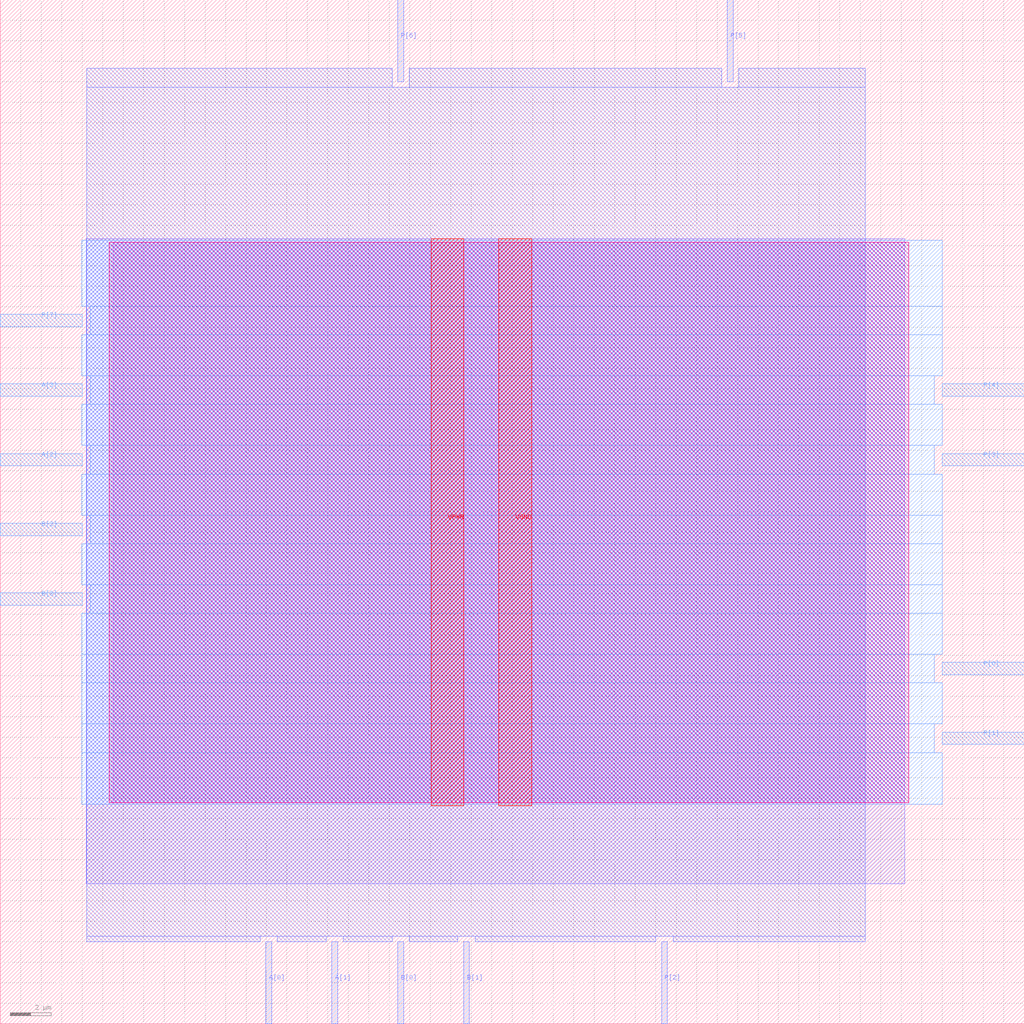
<source format=lef>
VERSION 5.7 ;
  NOWIREEXTENSIONATPIN ON ;
  DIVIDERCHAR "/" ;
  BUSBITCHARS "[]" ;
MACRO mult4_SarsaNada_e8_SARSA_RUIDO_e9_SARSA_RUIDO_e9_SARSA_RUIDO_e9
  CLASS BLOCK ;
  FOREIGN mult4_SarsaNada_e8_SARSA_RUIDO_e9_SARSA_RUIDO_e9_SARSA_RUIDO_e9 ;
  ORIGIN 0.000 0.000 ;
  SIZE 50.000 BY 50.000 ;
  PIN A[0]
    DIRECTION INPUT ;
    USE SIGNAL ;
    ANTENNAGATEAREA 0.196500 ;
    PORT
      LAYER met2 ;
        RECT 12.970 0.000 13.250 4.000 ;
    END
  END A[0]
  PIN A[1]
    DIRECTION INPUT ;
    USE SIGNAL ;
    ANTENNAGATEAREA 0.196500 ;
    PORT
      LAYER met2 ;
        RECT 16.190 0.000 16.470 4.000 ;
    END
  END A[1]
  PIN A[2]
    DIRECTION INPUT ;
    USE SIGNAL ;
    ANTENNAGATEAREA 0.126000 ;
    PORT
      LAYER met3 ;
        RECT 0.000 27.240 4.000 27.840 ;
    END
  END A[2]
  PIN A[3]
    DIRECTION INPUT ;
    USE SIGNAL ;
    ANTENNAGATEAREA 0.196500 ;
    PORT
      LAYER met3 ;
        RECT 0.000 30.640 4.000 31.240 ;
    END
  END A[3]
  PIN B[0]
    DIRECTION INPUT ;
    USE SIGNAL ;
    ANTENNAGATEAREA 0.196500 ;
    PORT
      LAYER met2 ;
        RECT 19.410 0.000 19.690 4.000 ;
    END
  END B[0]
  PIN B[1]
    DIRECTION INPUT ;
    USE SIGNAL ;
    ANTENNAGATEAREA 0.196500 ;
    PORT
      LAYER met2 ;
        RECT 22.630 0.000 22.910 4.000 ;
    END
  END B[1]
  PIN B[2]
    DIRECTION INPUT ;
    USE SIGNAL ;
    ANTENNAGATEAREA 0.196500 ;
    PORT
      LAYER met3 ;
        RECT 0.000 23.840 4.000 24.440 ;
    END
  END B[2]
  PIN B[3]
    DIRECTION INPUT ;
    USE SIGNAL ;
    ANTENNAGATEAREA 0.213000 ;
    PORT
      LAYER met3 ;
        RECT 0.000 20.440 4.000 21.040 ;
    END
  END B[3]
  PIN P[0]
    DIRECTION OUTPUT ;
    USE SIGNAL ;
    ANTENNADIFFAREA 0.445500 ;
    PORT
      LAYER met3 ;
        RECT 46.000 17.040 50.000 17.640 ;
    END
  END P[0]
  PIN P[1]
    DIRECTION OUTPUT ;
    USE SIGNAL ;
    ANTENNADIFFAREA 0.445500 ;
    PORT
      LAYER met3 ;
        RECT 46.000 13.640 50.000 14.240 ;
    END
  END P[1]
  PIN P[2]
    DIRECTION OUTPUT ;
    USE SIGNAL ;
    ANTENNADIFFAREA 0.445500 ;
    PORT
      LAYER met2 ;
        RECT 32.290 0.000 32.570 4.000 ;
    END
  END P[2]
  PIN P[3]
    DIRECTION OUTPUT ;
    USE SIGNAL ;
    ANTENNADIFFAREA 0.445500 ;
    PORT
      LAYER met3 ;
        RECT 46.000 27.240 50.000 27.840 ;
    END
  END P[3]
  PIN P[4]
    DIRECTION OUTPUT ;
    USE SIGNAL ;
    ANTENNADIFFAREA 0.445500 ;
    PORT
      LAYER met3 ;
        RECT 46.000 30.640 50.000 31.240 ;
    END
  END P[4]
  PIN P[5]
    DIRECTION OUTPUT ;
    USE SIGNAL ;
    ANTENNADIFFAREA 0.445500 ;
    PORT
      LAYER met2 ;
        RECT 35.510 46.000 35.790 50.000 ;
    END
  END P[5]
  PIN P[6]
    DIRECTION OUTPUT ;
    USE SIGNAL ;
    ANTENNADIFFAREA 0.445500 ;
    PORT
      LAYER met2 ;
        RECT 19.410 46.000 19.690 50.000 ;
    END
  END P[6]
  PIN P[7]
    DIRECTION OUTPUT ;
    USE SIGNAL ;
    ANTENNADIFFAREA 0.445500 ;
    PORT
      LAYER met3 ;
        RECT 0.000 34.040 4.000 34.640 ;
    END
  END P[7]
  PIN VGND
    DIRECTION INOUT ;
    USE GROUND ;
    PORT
      LAYER met4 ;
        RECT 24.340 10.640 25.940 38.320 ;
    END
  END VGND
  PIN VPWR
    DIRECTION INOUT ;
    USE POWER ;
    PORT
      LAYER met4 ;
        RECT 21.040 10.640 22.640 38.320 ;
    END
  END VPWR
  OBS
      LAYER nwell ;
        RECT 5.330 10.795 44.350 38.165 ;
      LAYER li1 ;
        RECT 5.520 10.795 44.160 38.165 ;
      LAYER met1 ;
        RECT 4.210 6.840 44.160 38.320 ;
      LAYER met2 ;
        RECT 4.230 45.720 19.130 46.650 ;
        RECT 19.970 45.720 35.230 46.650 ;
        RECT 36.070 45.720 42.230 46.650 ;
        RECT 4.230 4.280 42.230 45.720 ;
        RECT 4.230 4.000 12.690 4.280 ;
        RECT 13.530 4.000 15.910 4.280 ;
        RECT 16.750 4.000 19.130 4.280 ;
        RECT 19.970 4.000 22.350 4.280 ;
        RECT 23.190 4.000 32.010 4.280 ;
        RECT 32.850 4.000 42.230 4.280 ;
      LAYER met3 ;
        RECT 3.990 35.040 46.000 38.245 ;
        RECT 4.400 33.640 46.000 35.040 ;
        RECT 3.990 31.640 46.000 33.640 ;
        RECT 4.400 30.240 45.600 31.640 ;
        RECT 3.990 28.240 46.000 30.240 ;
        RECT 4.400 26.840 45.600 28.240 ;
        RECT 3.990 24.840 46.000 26.840 ;
        RECT 4.400 23.440 46.000 24.840 ;
        RECT 3.990 21.440 46.000 23.440 ;
        RECT 4.400 20.040 46.000 21.440 ;
        RECT 3.990 18.040 46.000 20.040 ;
        RECT 3.990 16.640 45.600 18.040 ;
        RECT 3.990 14.640 46.000 16.640 ;
        RECT 3.990 13.240 45.600 14.640 ;
        RECT 3.990 10.715 46.000 13.240 ;
  END
END mult4_SarsaNada_e8_SARSA_RUIDO_e9_SARSA_RUIDO_e9_SARSA_RUIDO_e9
END LIBRARY


</source>
